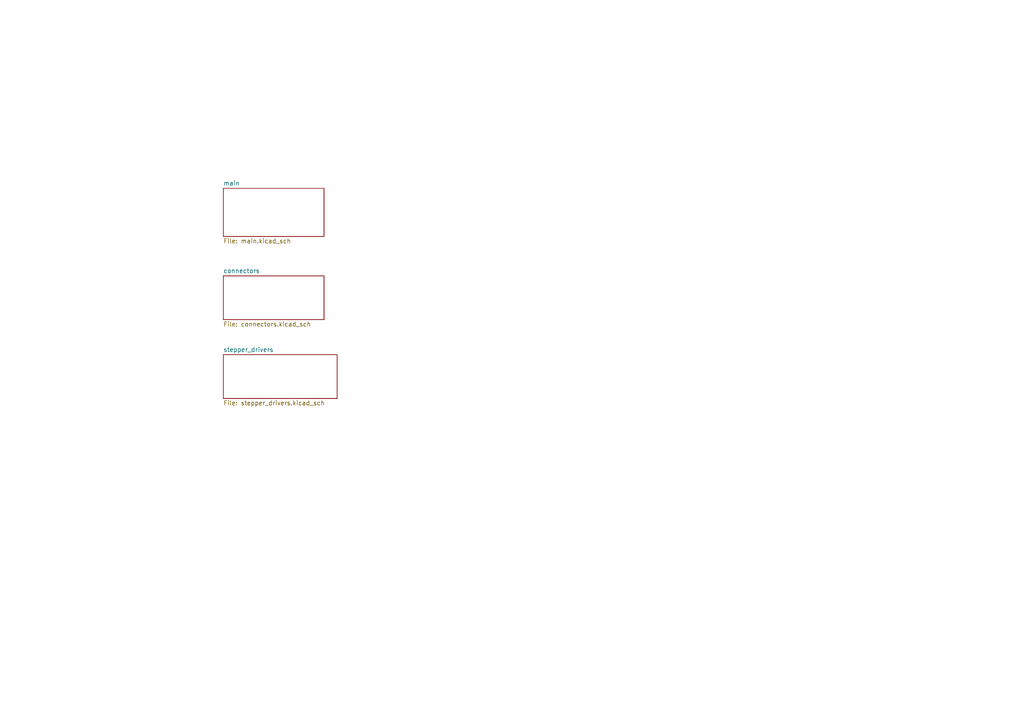
<source format=kicad_sch>
(kicad_sch
	(version 20250114)
	(generator "eeschema")
	(generator_version "9.0")
	(uuid "afcfca2a-9dd9-4804-a8f9-86543ff1ac65")
	(paper "A4")
	(lib_symbols)
	(sheet
		(at 64.77 80.01)
		(size 29.21 12.7)
		(exclude_from_sim no)
		(in_bom yes)
		(on_board yes)
		(dnp no)
		(fields_autoplaced yes)
		(stroke
			(width 0.1524)
			(type solid)
		)
		(fill
			(color 0 0 0 0.0000)
		)
		(uuid "95e3d37c-c6a4-4353-bb14-63a131133e4c")
		(property "Sheetname" "connectors"
			(at 64.77 79.2984 0)
			(effects
				(font
					(size 1.27 1.27)
				)
				(justify left bottom)
			)
		)
		(property "Sheetfile" "connectors.kicad_sch"
			(at 64.77 93.2946 0)
			(effects
				(font
					(size 1.27 1.27)
				)
				(justify left top)
			)
		)
		(instances
			(project "SaturnBController"
				(path "/afcfca2a-9dd9-4804-a8f9-86543ff1ac65"
					(page "3")
				)
			)
		)
	)
	(sheet
		(at 64.77 102.87)
		(size 33.02 12.7)
		(exclude_from_sim no)
		(in_bom yes)
		(on_board yes)
		(dnp no)
		(fields_autoplaced yes)
		(stroke
			(width 0.1524)
			(type solid)
		)
		(fill
			(color 0 0 0 0.0000)
		)
		(uuid "b1267fe1-32bc-4ebf-aa57-cb742283bc3c")
		(property "Sheetname" "stepper_drivers"
			(at 64.77 102.1584 0)
			(effects
				(font
					(size 1.27 1.27)
				)
				(justify left bottom)
			)
		)
		(property "Sheetfile" "stepper_drivers.kicad_sch"
			(at 64.77 116.1546 0)
			(effects
				(font
					(size 1.27 1.27)
				)
				(justify left top)
			)
		)
		(instances
			(project "SaturnBController"
				(path "/afcfca2a-9dd9-4804-a8f9-86543ff1ac65"
					(page "2")
				)
			)
		)
	)
	(sheet
		(at 64.77 54.61)
		(size 29.21 13.97)
		(exclude_from_sim no)
		(in_bom yes)
		(on_board yes)
		(dnp no)
		(fields_autoplaced yes)
		(stroke
			(width 0.1524)
			(type solid)
		)
		(fill
			(color 0 0 0 0.0000)
		)
		(uuid "eec15577-af75-4471-aca1-19b1d4eeb79c")
		(property "Sheetname" "main"
			(at 64.77 53.8984 0)
			(effects
				(font
					(size 1.27 1.27)
				)
				(justify left bottom)
			)
		)
		(property "Sheetfile" "main.kicad_sch"
			(at 64.77 69.1646 0)
			(effects
				(font
					(size 1.27 1.27)
				)
				(justify left top)
			)
		)
		(instances
			(project "SaturnBController"
				(path "/afcfca2a-9dd9-4804-a8f9-86543ff1ac65"
					(page "4")
				)
			)
		)
	)
	(sheet_instances
		(path "/"
			(page "1")
		)
	)
	(embedded_fonts no)
)

</source>
